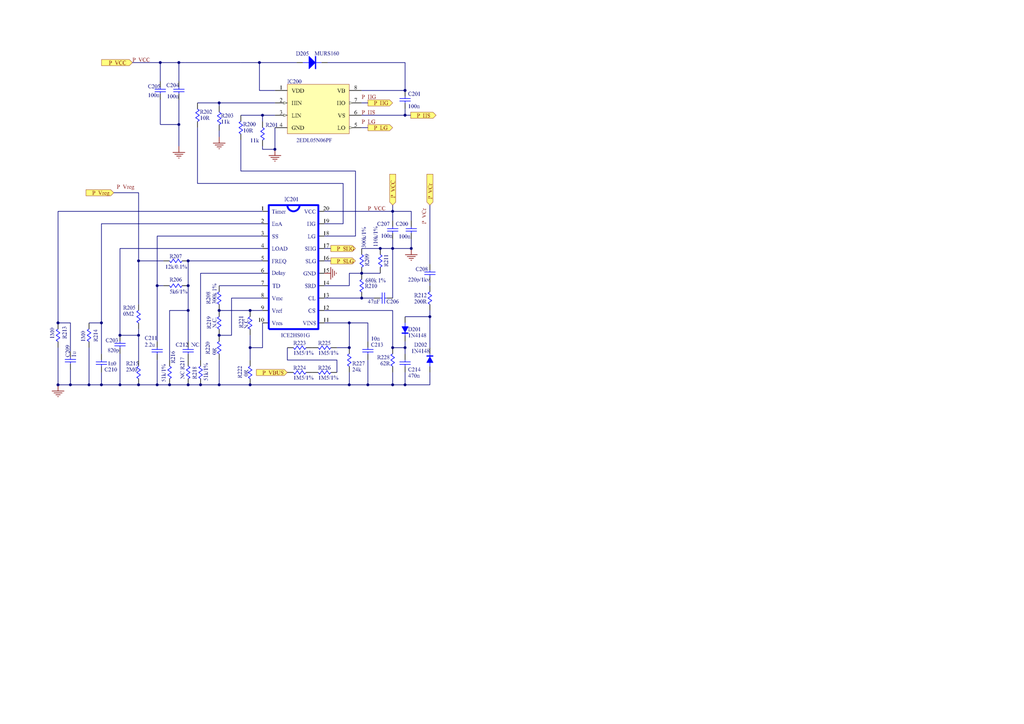
<source format=kicad_sch>
(kicad_sch (version 20250114) (generator "eeschema") (generator_version "9.0")
  (paper "A4")
  (lib_symbols)
  (image (at 71.12 64.77))
)
</source>
